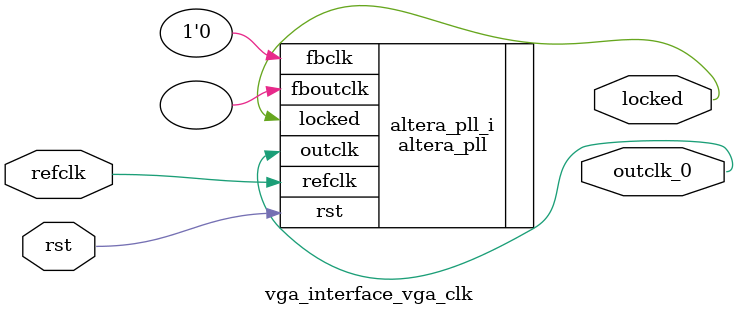
<source format=v>
`timescale 1ns/10ps
module  vga_interface_vga_clk(

	// interface 'refclk'
	input wire refclk,

	// interface 'reset'
	input wire rst,

	// interface 'outclk0'
	output wire outclk_0,

	// interface 'locked'
	output wire locked
);

	altera_pll #(
		.fractional_vco_multiplier("false"),
		.reference_clock_frequency("50.0 MHz"),
		.operation_mode("direct"),
		.number_of_clocks(1),
		.output_clock_frequency0("40.000000 MHz"),
		.phase_shift0("0 ps"),
		.duty_cycle0(50),
		.output_clock_frequency1("0 MHz"),
		.phase_shift1("0 ps"),
		.duty_cycle1(50),
		.output_clock_frequency2("0 MHz"),
		.phase_shift2("0 ps"),
		.duty_cycle2(50),
		.output_clock_frequency3("0 MHz"),
		.phase_shift3("0 ps"),
		.duty_cycle3(50),
		.output_clock_frequency4("0 MHz"),
		.phase_shift4("0 ps"),
		.duty_cycle4(50),
		.output_clock_frequency5("0 MHz"),
		.phase_shift5("0 ps"),
		.duty_cycle5(50),
		.output_clock_frequency6("0 MHz"),
		.phase_shift6("0 ps"),
		.duty_cycle6(50),
		.output_clock_frequency7("0 MHz"),
		.phase_shift7("0 ps"),
		.duty_cycle7(50),
		.output_clock_frequency8("0 MHz"),
		.phase_shift8("0 ps"),
		.duty_cycle8(50),
		.output_clock_frequency9("0 MHz"),
		.phase_shift9("0 ps"),
		.duty_cycle9(50),
		.output_clock_frequency10("0 MHz"),
		.phase_shift10("0 ps"),
		.duty_cycle10(50),
		.output_clock_frequency11("0 MHz"),
		.phase_shift11("0 ps"),
		.duty_cycle11(50),
		.output_clock_frequency12("0 MHz"),
		.phase_shift12("0 ps"),
		.duty_cycle12(50),
		.output_clock_frequency13("0 MHz"),
		.phase_shift13("0 ps"),
		.duty_cycle13(50),
		.output_clock_frequency14("0 MHz"),
		.phase_shift14("0 ps"),
		.duty_cycle14(50),
		.output_clock_frequency15("0 MHz"),
		.phase_shift15("0 ps"),
		.duty_cycle15(50),
		.output_clock_frequency16("0 MHz"),
		.phase_shift16("0 ps"),
		.duty_cycle16(50),
		.output_clock_frequency17("0 MHz"),
		.phase_shift17("0 ps"),
		.duty_cycle17(50),
		.pll_type("General"),
		.pll_subtype("General")
	) altera_pll_i (
		.rst	(rst),
		.outclk	({outclk_0}),
		.locked	(locked),
		.fboutclk	( ),
		.fbclk	(1'b0),
		.refclk	(refclk)
	);
endmodule


</source>
